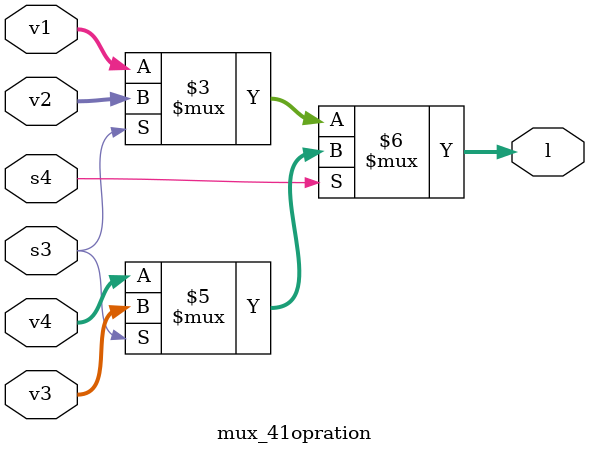
<source format=v>
`timescale 1ns / 1ps
module mux_41opration(l,v1,v2,v3,v4,s4,s3);
parameter WIDTH=4;
input [3:0]v1;
 input [3:0]v2;
input [3:0]v3;
input [3:0]v4;
input s4;
input s3;
output[3:0]l;
assign l=(s4==0?(s3==0?v1:v2):(s3==1?v3:v4));
endmodule

</source>
